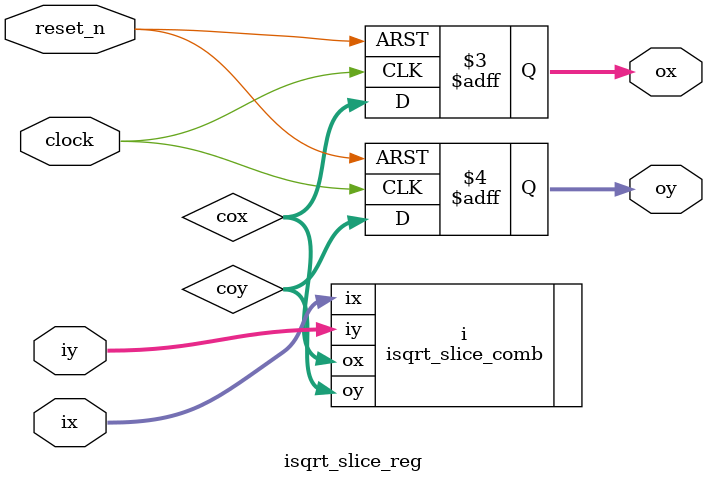
<source format=v>
module isqrt_slice_reg
(
    input             clock,
    input             reset_n,
    input      [31:0] ix,
    input      [31:0] iy,
    output reg [31:0] ox,
    output reg [31:0] oy
);

    parameter [31:0] m = 32'h4000_0000;

    wire [31:0] cox, coy;

    isqrt_slice_comb #(.m (m)) i
    (
        .ix ( ix  ),
        .iy ( iy  ),
        .ox ( cox ),
        .oy ( coy )
    );

    always @(posedge clock or negedge reset_n)
    begin
        if (! reset_n)
        begin
            ox <= 0;
            oy <= 0;
        end
        else
        begin
            ox <= cox;
            oy <= coy;
        end
    end

endmodule

</source>
